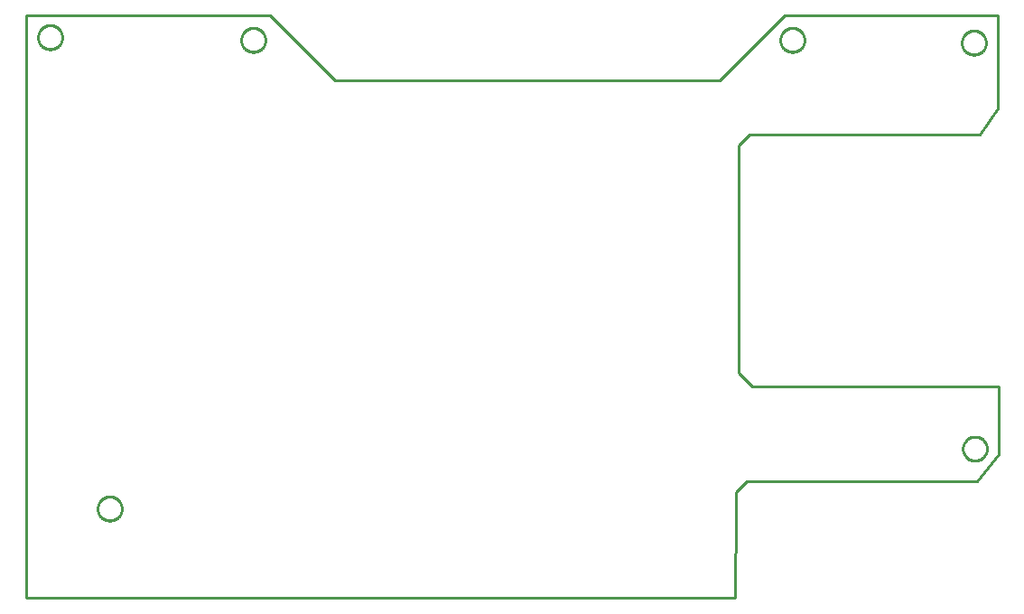
<source format=gbr>
G04 EAGLE Gerber RS-274X export*
G75*
%MOMM*%
%FSLAX34Y34*%
%LPD*%
%IN*%
%IPPOS*%
%AMOC8*
5,1,8,0,0,1.08239X$1,22.5*%
G01*
%ADD10C,0.254000*%


D10*
X0Y0D02*
X664720Y0D01*
X665480Y83820D01*
X665480Y99060D01*
X675640Y109220D01*
X891540Y109220D01*
X911860Y134620D01*
X911860Y198120D01*
X680720Y198120D01*
X668020Y210820D01*
X668020Y424180D01*
X678180Y434340D01*
X894080Y434340D01*
X911100Y458980D01*
X911100Y546000D01*
X711200Y546100D01*
X650240Y485140D01*
X289560Y485140D01*
X228700Y546000D01*
X0Y546000D01*
X0Y0D01*
X900250Y520258D02*
X900181Y519377D01*
X900042Y518504D01*
X899836Y517644D01*
X899563Y516803D01*
X899225Y515986D01*
X898823Y515199D01*
X898361Y514445D01*
X897842Y513730D01*
X897268Y513058D01*
X896642Y512433D01*
X895970Y511858D01*
X895255Y511339D01*
X894501Y510877D01*
X893714Y510476D01*
X892897Y510137D01*
X892056Y509864D01*
X891196Y509658D01*
X890323Y509519D01*
X889442Y509450D01*
X888558Y509450D01*
X887677Y509519D01*
X886804Y509658D01*
X885944Y509864D01*
X885103Y510137D01*
X884286Y510476D01*
X883499Y510877D01*
X882745Y511339D01*
X882030Y511858D01*
X881358Y512433D01*
X880733Y513058D01*
X880158Y513730D01*
X879639Y514445D01*
X879177Y515199D01*
X878776Y515986D01*
X878437Y516803D01*
X878164Y517644D01*
X877958Y518504D01*
X877819Y519377D01*
X877750Y520258D01*
X877750Y521142D01*
X877819Y522023D01*
X877958Y522896D01*
X878164Y523756D01*
X878437Y524597D01*
X878776Y525414D01*
X879177Y526201D01*
X879639Y526955D01*
X880158Y527670D01*
X880733Y528342D01*
X881358Y528968D01*
X882030Y529542D01*
X882745Y530061D01*
X883499Y530523D01*
X884286Y530925D01*
X885103Y531263D01*
X885944Y531536D01*
X886804Y531742D01*
X887677Y531881D01*
X888558Y531950D01*
X889442Y531950D01*
X890323Y531881D01*
X891196Y531742D01*
X892056Y531536D01*
X892897Y531263D01*
X893714Y530925D01*
X894501Y530523D01*
X895255Y530061D01*
X895970Y529542D01*
X896642Y528968D01*
X897268Y528342D01*
X897842Y527670D01*
X898361Y526955D01*
X898823Y526201D01*
X899225Y525414D01*
X899563Y524597D01*
X899836Y523756D01*
X900042Y522896D01*
X900181Y522023D01*
X900250Y521142D01*
X900250Y520258D01*
X901250Y139558D02*
X901181Y138677D01*
X901042Y137804D01*
X900836Y136944D01*
X900563Y136103D01*
X900225Y135286D01*
X899823Y134499D01*
X899361Y133745D01*
X898842Y133030D01*
X898268Y132358D01*
X897642Y131733D01*
X896970Y131158D01*
X896255Y130639D01*
X895501Y130177D01*
X894714Y129776D01*
X893897Y129437D01*
X893056Y129164D01*
X892196Y128958D01*
X891323Y128819D01*
X890442Y128750D01*
X889558Y128750D01*
X888677Y128819D01*
X887804Y128958D01*
X886944Y129164D01*
X886103Y129437D01*
X885286Y129776D01*
X884499Y130177D01*
X883745Y130639D01*
X883030Y131158D01*
X882358Y131733D01*
X881733Y132358D01*
X881158Y133030D01*
X880639Y133745D01*
X880177Y134499D01*
X879776Y135286D01*
X879437Y136103D01*
X879164Y136944D01*
X878958Y137804D01*
X878819Y138677D01*
X878750Y139558D01*
X878750Y140442D01*
X878819Y141323D01*
X878958Y142196D01*
X879164Y143056D01*
X879437Y143897D01*
X879776Y144714D01*
X880177Y145501D01*
X880639Y146255D01*
X881158Y146970D01*
X881733Y147642D01*
X882358Y148268D01*
X883030Y148842D01*
X883745Y149361D01*
X884499Y149823D01*
X885286Y150225D01*
X886103Y150563D01*
X886944Y150836D01*
X887804Y151042D01*
X888677Y151181D01*
X889558Y151250D01*
X890442Y151250D01*
X891323Y151181D01*
X892196Y151042D01*
X893056Y150836D01*
X893897Y150563D01*
X894714Y150225D01*
X895501Y149823D01*
X896255Y149361D01*
X896970Y148842D01*
X897642Y148268D01*
X898268Y147642D01*
X898842Y146970D01*
X899361Y146255D01*
X899823Y145501D01*
X900225Y144714D01*
X900563Y143897D01*
X900836Y143056D01*
X901042Y142196D01*
X901181Y141323D01*
X901250Y140442D01*
X901250Y139558D01*
X730070Y522798D02*
X730001Y521917D01*
X729862Y521044D01*
X729656Y520184D01*
X729383Y519343D01*
X729045Y518526D01*
X728643Y517739D01*
X728181Y516985D01*
X727662Y516270D01*
X727088Y515598D01*
X726462Y514973D01*
X725790Y514398D01*
X725075Y513879D01*
X724321Y513417D01*
X723534Y513016D01*
X722717Y512677D01*
X721876Y512404D01*
X721016Y512198D01*
X720143Y512059D01*
X719262Y511990D01*
X718378Y511990D01*
X717497Y512059D01*
X716624Y512198D01*
X715764Y512404D01*
X714923Y512677D01*
X714106Y513016D01*
X713319Y513417D01*
X712565Y513879D01*
X711850Y514398D01*
X711178Y514973D01*
X710553Y515598D01*
X709978Y516270D01*
X709459Y516985D01*
X708997Y517739D01*
X708596Y518526D01*
X708257Y519343D01*
X707984Y520184D01*
X707778Y521044D01*
X707639Y521917D01*
X707570Y522798D01*
X707570Y523682D01*
X707639Y524563D01*
X707778Y525436D01*
X707984Y526296D01*
X708257Y527137D01*
X708596Y527954D01*
X708997Y528741D01*
X709459Y529495D01*
X709978Y530210D01*
X710553Y530882D01*
X711178Y531508D01*
X711850Y532082D01*
X712565Y532601D01*
X713319Y533063D01*
X714106Y533465D01*
X714923Y533803D01*
X715764Y534076D01*
X716624Y534282D01*
X717497Y534421D01*
X718378Y534490D01*
X719262Y534490D01*
X720143Y534421D01*
X721016Y534282D01*
X721876Y534076D01*
X722717Y533803D01*
X723534Y533465D01*
X724321Y533063D01*
X725075Y532601D01*
X725790Y532082D01*
X726462Y531508D01*
X727088Y530882D01*
X727662Y530210D01*
X728181Y529495D01*
X728643Y528741D01*
X729045Y527954D01*
X729383Y527137D01*
X729656Y526296D01*
X729862Y525436D01*
X730001Y524563D01*
X730070Y523682D01*
X730070Y522798D01*
X224610Y522798D02*
X224541Y521917D01*
X224402Y521044D01*
X224196Y520184D01*
X223923Y519343D01*
X223585Y518526D01*
X223183Y517739D01*
X222721Y516985D01*
X222202Y516270D01*
X221628Y515598D01*
X221002Y514973D01*
X220330Y514398D01*
X219615Y513879D01*
X218861Y513417D01*
X218074Y513016D01*
X217257Y512677D01*
X216416Y512404D01*
X215556Y512198D01*
X214683Y512059D01*
X213802Y511990D01*
X212918Y511990D01*
X212037Y512059D01*
X211164Y512198D01*
X210304Y512404D01*
X209463Y512677D01*
X208646Y513016D01*
X207859Y513417D01*
X207105Y513879D01*
X206390Y514398D01*
X205718Y514973D01*
X205093Y515598D01*
X204518Y516270D01*
X203999Y516985D01*
X203537Y517739D01*
X203136Y518526D01*
X202797Y519343D01*
X202524Y520184D01*
X202318Y521044D01*
X202179Y521917D01*
X202110Y522798D01*
X202110Y523682D01*
X202179Y524563D01*
X202318Y525436D01*
X202524Y526296D01*
X202797Y527137D01*
X203136Y527954D01*
X203537Y528741D01*
X203999Y529495D01*
X204518Y530210D01*
X205093Y530882D01*
X205718Y531508D01*
X206390Y532082D01*
X207105Y532601D01*
X207859Y533063D01*
X208646Y533465D01*
X209463Y533803D01*
X210304Y534076D01*
X211164Y534282D01*
X212037Y534421D01*
X212918Y534490D01*
X213802Y534490D01*
X214683Y534421D01*
X215556Y534282D01*
X216416Y534076D01*
X217257Y533803D01*
X218074Y533465D01*
X218861Y533063D01*
X219615Y532601D01*
X220330Y532082D01*
X221002Y531508D01*
X221628Y530882D01*
X222202Y530210D01*
X222721Y529495D01*
X223183Y528741D01*
X223585Y527954D01*
X223923Y527137D01*
X224196Y526296D01*
X224402Y525436D01*
X224541Y524563D01*
X224610Y523682D01*
X224610Y522798D01*
X34110Y525338D02*
X34041Y524457D01*
X33902Y523584D01*
X33696Y522724D01*
X33423Y521883D01*
X33085Y521066D01*
X32683Y520279D01*
X32221Y519525D01*
X31702Y518810D01*
X31128Y518138D01*
X30502Y517513D01*
X29830Y516938D01*
X29115Y516419D01*
X28361Y515957D01*
X27574Y515556D01*
X26757Y515217D01*
X25916Y514944D01*
X25056Y514738D01*
X24183Y514599D01*
X23302Y514530D01*
X22418Y514530D01*
X21537Y514599D01*
X20664Y514738D01*
X19804Y514944D01*
X18963Y515217D01*
X18146Y515556D01*
X17359Y515957D01*
X16605Y516419D01*
X15890Y516938D01*
X15218Y517513D01*
X14593Y518138D01*
X14018Y518810D01*
X13499Y519525D01*
X13037Y520279D01*
X12636Y521066D01*
X12297Y521883D01*
X12024Y522724D01*
X11818Y523584D01*
X11679Y524457D01*
X11610Y525338D01*
X11610Y526222D01*
X11679Y527103D01*
X11818Y527976D01*
X12024Y528836D01*
X12297Y529677D01*
X12636Y530494D01*
X13037Y531281D01*
X13499Y532035D01*
X14018Y532750D01*
X14593Y533422D01*
X15218Y534048D01*
X15890Y534622D01*
X16605Y535141D01*
X17359Y535603D01*
X18146Y536005D01*
X18963Y536343D01*
X19804Y536616D01*
X20664Y536822D01*
X21537Y536961D01*
X22418Y537030D01*
X23302Y537030D01*
X24183Y536961D01*
X25056Y536822D01*
X25916Y536616D01*
X26757Y536343D01*
X27574Y536005D01*
X28361Y535603D01*
X29115Y535141D01*
X29830Y534622D01*
X30502Y534048D01*
X31128Y533422D01*
X31702Y532750D01*
X32221Y532035D01*
X32683Y531281D01*
X33085Y530494D01*
X33423Y529677D01*
X33696Y528836D01*
X33902Y527976D01*
X34041Y527103D01*
X34110Y526222D01*
X34110Y525338D01*
X89990Y83378D02*
X89921Y82497D01*
X89782Y81624D01*
X89576Y80764D01*
X89303Y79923D01*
X88965Y79106D01*
X88563Y78319D01*
X88101Y77565D01*
X87582Y76850D01*
X87008Y76178D01*
X86382Y75553D01*
X85710Y74978D01*
X84995Y74459D01*
X84241Y73997D01*
X83454Y73596D01*
X82637Y73257D01*
X81796Y72984D01*
X80936Y72778D01*
X80063Y72639D01*
X79182Y72570D01*
X78298Y72570D01*
X77417Y72639D01*
X76544Y72778D01*
X75684Y72984D01*
X74843Y73257D01*
X74026Y73596D01*
X73239Y73997D01*
X72485Y74459D01*
X71770Y74978D01*
X71098Y75553D01*
X70473Y76178D01*
X69898Y76850D01*
X69379Y77565D01*
X68917Y78319D01*
X68516Y79106D01*
X68177Y79923D01*
X67904Y80764D01*
X67698Y81624D01*
X67559Y82497D01*
X67490Y83378D01*
X67490Y84262D01*
X67559Y85143D01*
X67698Y86016D01*
X67904Y86876D01*
X68177Y87717D01*
X68516Y88534D01*
X68917Y89321D01*
X69379Y90075D01*
X69898Y90790D01*
X70473Y91462D01*
X71098Y92088D01*
X71770Y92662D01*
X72485Y93181D01*
X73239Y93643D01*
X74026Y94045D01*
X74843Y94383D01*
X75684Y94656D01*
X76544Y94862D01*
X77417Y95001D01*
X78298Y95070D01*
X79182Y95070D01*
X80063Y95001D01*
X80936Y94862D01*
X81796Y94656D01*
X82637Y94383D01*
X83454Y94045D01*
X84241Y93643D01*
X84995Y93181D01*
X85710Y92662D01*
X86382Y92088D01*
X87008Y91462D01*
X87582Y90790D01*
X88101Y90075D01*
X88563Y89321D01*
X88965Y88534D01*
X89303Y87717D01*
X89576Y86876D01*
X89782Y86016D01*
X89921Y85143D01*
X89990Y84262D01*
X89990Y83378D01*
M02*

</source>
